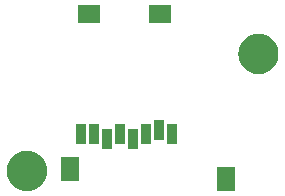
<source format=gbr>
G04 EAGLE Gerber RS-274X export*
G75*
%MOMM*%
%FSLAX34Y34*%
%LPD*%
%INSoldermask Top*%
%IPPOS*%
%AMOC8*
5,1,8,0,0,1.08239X$1,22.5*%
G01*
%ADD10R,1.552400X2.052400*%
%ADD11R,1.952400X1.552400*%
%ADD12R,0.852400X1.652400*%
%ADD13C,1.200000*%
%ADD14C,1.152400*%


D10*
X54800Y174226D03*
X186800Y165226D03*
D11*
X70800Y305226D03*
X130800Y305226D03*
D12*
X63800Y203226D03*
X74800Y203226D03*
X85800Y199226D03*
X96800Y203226D03*
X107800Y199226D03*
X118800Y203226D03*
X129800Y207226D03*
X140800Y203226D03*
D13*
X203122Y271272D02*
X203125Y271542D01*
X203135Y271812D01*
X203152Y272081D01*
X203175Y272350D01*
X203205Y272619D01*
X203241Y272886D01*
X203284Y273153D01*
X203333Y273418D01*
X203389Y273682D01*
X203452Y273945D01*
X203520Y274206D01*
X203596Y274465D01*
X203677Y274722D01*
X203765Y274978D01*
X203859Y275231D01*
X203959Y275482D01*
X204066Y275730D01*
X204178Y275975D01*
X204297Y276218D01*
X204421Y276457D01*
X204551Y276694D01*
X204687Y276927D01*
X204829Y277157D01*
X204976Y277383D01*
X205129Y277606D01*
X205287Y277825D01*
X205450Y278040D01*
X205619Y278250D01*
X205793Y278457D01*
X205972Y278659D01*
X206155Y278857D01*
X206344Y279050D01*
X206537Y279239D01*
X206735Y279422D01*
X206937Y279601D01*
X207144Y279775D01*
X207354Y279944D01*
X207569Y280107D01*
X207788Y280265D01*
X208011Y280418D01*
X208237Y280565D01*
X208467Y280707D01*
X208700Y280843D01*
X208937Y280973D01*
X209176Y281097D01*
X209419Y281216D01*
X209664Y281328D01*
X209912Y281435D01*
X210163Y281535D01*
X210416Y281629D01*
X210672Y281717D01*
X210929Y281798D01*
X211188Y281874D01*
X211449Y281942D01*
X211712Y282005D01*
X211976Y282061D01*
X212241Y282110D01*
X212508Y282153D01*
X212775Y282189D01*
X213044Y282219D01*
X213313Y282242D01*
X213582Y282259D01*
X213852Y282269D01*
X214122Y282272D01*
X214392Y282269D01*
X214662Y282259D01*
X214931Y282242D01*
X215200Y282219D01*
X215469Y282189D01*
X215736Y282153D01*
X216003Y282110D01*
X216268Y282061D01*
X216532Y282005D01*
X216795Y281942D01*
X217056Y281874D01*
X217315Y281798D01*
X217572Y281717D01*
X217828Y281629D01*
X218081Y281535D01*
X218332Y281435D01*
X218580Y281328D01*
X218825Y281216D01*
X219068Y281097D01*
X219307Y280973D01*
X219544Y280843D01*
X219777Y280707D01*
X220007Y280565D01*
X220233Y280418D01*
X220456Y280265D01*
X220675Y280107D01*
X220890Y279944D01*
X221100Y279775D01*
X221307Y279601D01*
X221509Y279422D01*
X221707Y279239D01*
X221900Y279050D01*
X222089Y278857D01*
X222272Y278659D01*
X222451Y278457D01*
X222625Y278250D01*
X222794Y278040D01*
X222957Y277825D01*
X223115Y277606D01*
X223268Y277383D01*
X223415Y277157D01*
X223557Y276927D01*
X223693Y276694D01*
X223823Y276457D01*
X223947Y276218D01*
X224066Y275975D01*
X224178Y275730D01*
X224285Y275482D01*
X224385Y275231D01*
X224479Y274978D01*
X224567Y274722D01*
X224648Y274465D01*
X224724Y274206D01*
X224792Y273945D01*
X224855Y273682D01*
X224911Y273418D01*
X224960Y273153D01*
X225003Y272886D01*
X225039Y272619D01*
X225069Y272350D01*
X225092Y272081D01*
X225109Y271812D01*
X225119Y271542D01*
X225122Y271272D01*
X225119Y271002D01*
X225109Y270732D01*
X225092Y270463D01*
X225069Y270194D01*
X225039Y269925D01*
X225003Y269658D01*
X224960Y269391D01*
X224911Y269126D01*
X224855Y268862D01*
X224792Y268599D01*
X224724Y268338D01*
X224648Y268079D01*
X224567Y267822D01*
X224479Y267566D01*
X224385Y267313D01*
X224285Y267062D01*
X224178Y266814D01*
X224066Y266569D01*
X223947Y266326D01*
X223823Y266087D01*
X223693Y265850D01*
X223557Y265617D01*
X223415Y265387D01*
X223268Y265161D01*
X223115Y264938D01*
X222957Y264719D01*
X222794Y264504D01*
X222625Y264294D01*
X222451Y264087D01*
X222272Y263885D01*
X222089Y263687D01*
X221900Y263494D01*
X221707Y263305D01*
X221509Y263122D01*
X221307Y262943D01*
X221100Y262769D01*
X220890Y262600D01*
X220675Y262437D01*
X220456Y262279D01*
X220233Y262126D01*
X220007Y261979D01*
X219777Y261837D01*
X219544Y261701D01*
X219307Y261571D01*
X219068Y261447D01*
X218825Y261328D01*
X218580Y261216D01*
X218332Y261109D01*
X218081Y261009D01*
X217828Y260915D01*
X217572Y260827D01*
X217315Y260746D01*
X217056Y260670D01*
X216795Y260602D01*
X216532Y260539D01*
X216268Y260483D01*
X216003Y260434D01*
X215736Y260391D01*
X215469Y260355D01*
X215200Y260325D01*
X214931Y260302D01*
X214662Y260285D01*
X214392Y260275D01*
X214122Y260272D01*
X213852Y260275D01*
X213582Y260285D01*
X213313Y260302D01*
X213044Y260325D01*
X212775Y260355D01*
X212508Y260391D01*
X212241Y260434D01*
X211976Y260483D01*
X211712Y260539D01*
X211449Y260602D01*
X211188Y260670D01*
X210929Y260746D01*
X210672Y260827D01*
X210416Y260915D01*
X210163Y261009D01*
X209912Y261109D01*
X209664Y261216D01*
X209419Y261328D01*
X209176Y261447D01*
X208937Y261571D01*
X208700Y261701D01*
X208467Y261837D01*
X208237Y261979D01*
X208011Y262126D01*
X207788Y262279D01*
X207569Y262437D01*
X207354Y262600D01*
X207144Y262769D01*
X206937Y262943D01*
X206735Y263122D01*
X206537Y263305D01*
X206344Y263494D01*
X206155Y263687D01*
X205972Y263885D01*
X205793Y264087D01*
X205619Y264294D01*
X205450Y264504D01*
X205287Y264719D01*
X205129Y264938D01*
X204976Y265161D01*
X204829Y265387D01*
X204687Y265617D01*
X204551Y265850D01*
X204421Y266087D01*
X204297Y266326D01*
X204178Y266569D01*
X204066Y266814D01*
X203959Y267062D01*
X203859Y267313D01*
X203765Y267566D01*
X203677Y267822D01*
X203596Y268079D01*
X203520Y268338D01*
X203452Y268599D01*
X203389Y268862D01*
X203333Y269126D01*
X203284Y269391D01*
X203241Y269658D01*
X203205Y269925D01*
X203175Y270194D01*
X203152Y270463D01*
X203135Y270732D01*
X203125Y271002D01*
X203122Y271272D01*
D14*
X214122Y271272D03*
D13*
X7034Y172212D02*
X7037Y172482D01*
X7047Y172752D01*
X7064Y173021D01*
X7087Y173290D01*
X7117Y173559D01*
X7153Y173826D01*
X7196Y174093D01*
X7245Y174358D01*
X7301Y174622D01*
X7364Y174885D01*
X7432Y175146D01*
X7508Y175405D01*
X7589Y175662D01*
X7677Y175918D01*
X7771Y176171D01*
X7871Y176422D01*
X7978Y176670D01*
X8090Y176915D01*
X8209Y177158D01*
X8333Y177397D01*
X8463Y177634D01*
X8599Y177867D01*
X8741Y178097D01*
X8888Y178323D01*
X9041Y178546D01*
X9199Y178765D01*
X9362Y178980D01*
X9531Y179190D01*
X9705Y179397D01*
X9884Y179599D01*
X10067Y179797D01*
X10256Y179990D01*
X10449Y180179D01*
X10647Y180362D01*
X10849Y180541D01*
X11056Y180715D01*
X11266Y180884D01*
X11481Y181047D01*
X11700Y181205D01*
X11923Y181358D01*
X12149Y181505D01*
X12379Y181647D01*
X12612Y181783D01*
X12849Y181913D01*
X13088Y182037D01*
X13331Y182156D01*
X13576Y182268D01*
X13824Y182375D01*
X14075Y182475D01*
X14328Y182569D01*
X14584Y182657D01*
X14841Y182738D01*
X15100Y182814D01*
X15361Y182882D01*
X15624Y182945D01*
X15888Y183001D01*
X16153Y183050D01*
X16420Y183093D01*
X16687Y183129D01*
X16956Y183159D01*
X17225Y183182D01*
X17494Y183199D01*
X17764Y183209D01*
X18034Y183212D01*
X18304Y183209D01*
X18574Y183199D01*
X18843Y183182D01*
X19112Y183159D01*
X19381Y183129D01*
X19648Y183093D01*
X19915Y183050D01*
X20180Y183001D01*
X20444Y182945D01*
X20707Y182882D01*
X20968Y182814D01*
X21227Y182738D01*
X21484Y182657D01*
X21740Y182569D01*
X21993Y182475D01*
X22244Y182375D01*
X22492Y182268D01*
X22737Y182156D01*
X22980Y182037D01*
X23219Y181913D01*
X23456Y181783D01*
X23689Y181647D01*
X23919Y181505D01*
X24145Y181358D01*
X24368Y181205D01*
X24587Y181047D01*
X24802Y180884D01*
X25012Y180715D01*
X25219Y180541D01*
X25421Y180362D01*
X25619Y180179D01*
X25812Y179990D01*
X26001Y179797D01*
X26184Y179599D01*
X26363Y179397D01*
X26537Y179190D01*
X26706Y178980D01*
X26869Y178765D01*
X27027Y178546D01*
X27180Y178323D01*
X27327Y178097D01*
X27469Y177867D01*
X27605Y177634D01*
X27735Y177397D01*
X27859Y177158D01*
X27978Y176915D01*
X28090Y176670D01*
X28197Y176422D01*
X28297Y176171D01*
X28391Y175918D01*
X28479Y175662D01*
X28560Y175405D01*
X28636Y175146D01*
X28704Y174885D01*
X28767Y174622D01*
X28823Y174358D01*
X28872Y174093D01*
X28915Y173826D01*
X28951Y173559D01*
X28981Y173290D01*
X29004Y173021D01*
X29021Y172752D01*
X29031Y172482D01*
X29034Y172212D01*
X29031Y171942D01*
X29021Y171672D01*
X29004Y171403D01*
X28981Y171134D01*
X28951Y170865D01*
X28915Y170598D01*
X28872Y170331D01*
X28823Y170066D01*
X28767Y169802D01*
X28704Y169539D01*
X28636Y169278D01*
X28560Y169019D01*
X28479Y168762D01*
X28391Y168506D01*
X28297Y168253D01*
X28197Y168002D01*
X28090Y167754D01*
X27978Y167509D01*
X27859Y167266D01*
X27735Y167027D01*
X27605Y166790D01*
X27469Y166557D01*
X27327Y166327D01*
X27180Y166101D01*
X27027Y165878D01*
X26869Y165659D01*
X26706Y165444D01*
X26537Y165234D01*
X26363Y165027D01*
X26184Y164825D01*
X26001Y164627D01*
X25812Y164434D01*
X25619Y164245D01*
X25421Y164062D01*
X25219Y163883D01*
X25012Y163709D01*
X24802Y163540D01*
X24587Y163377D01*
X24368Y163219D01*
X24145Y163066D01*
X23919Y162919D01*
X23689Y162777D01*
X23456Y162641D01*
X23219Y162511D01*
X22980Y162387D01*
X22737Y162268D01*
X22492Y162156D01*
X22244Y162049D01*
X21993Y161949D01*
X21740Y161855D01*
X21484Y161767D01*
X21227Y161686D01*
X20968Y161610D01*
X20707Y161542D01*
X20444Y161479D01*
X20180Y161423D01*
X19915Y161374D01*
X19648Y161331D01*
X19381Y161295D01*
X19112Y161265D01*
X18843Y161242D01*
X18574Y161225D01*
X18304Y161215D01*
X18034Y161212D01*
X17764Y161215D01*
X17494Y161225D01*
X17225Y161242D01*
X16956Y161265D01*
X16687Y161295D01*
X16420Y161331D01*
X16153Y161374D01*
X15888Y161423D01*
X15624Y161479D01*
X15361Y161542D01*
X15100Y161610D01*
X14841Y161686D01*
X14584Y161767D01*
X14328Y161855D01*
X14075Y161949D01*
X13824Y162049D01*
X13576Y162156D01*
X13331Y162268D01*
X13088Y162387D01*
X12849Y162511D01*
X12612Y162641D01*
X12379Y162777D01*
X12149Y162919D01*
X11923Y163066D01*
X11700Y163219D01*
X11481Y163377D01*
X11266Y163540D01*
X11056Y163709D01*
X10849Y163883D01*
X10647Y164062D01*
X10449Y164245D01*
X10256Y164434D01*
X10067Y164627D01*
X9884Y164825D01*
X9705Y165027D01*
X9531Y165234D01*
X9362Y165444D01*
X9199Y165659D01*
X9041Y165878D01*
X8888Y166101D01*
X8741Y166327D01*
X8599Y166557D01*
X8463Y166790D01*
X8333Y167027D01*
X8209Y167266D01*
X8090Y167509D01*
X7978Y167754D01*
X7871Y168002D01*
X7771Y168253D01*
X7677Y168506D01*
X7589Y168762D01*
X7508Y169019D01*
X7432Y169278D01*
X7364Y169539D01*
X7301Y169802D01*
X7245Y170066D01*
X7196Y170331D01*
X7153Y170598D01*
X7117Y170865D01*
X7087Y171134D01*
X7064Y171403D01*
X7047Y171672D01*
X7037Y171942D01*
X7034Y172212D01*
D14*
X18034Y172212D03*
M02*

</source>
